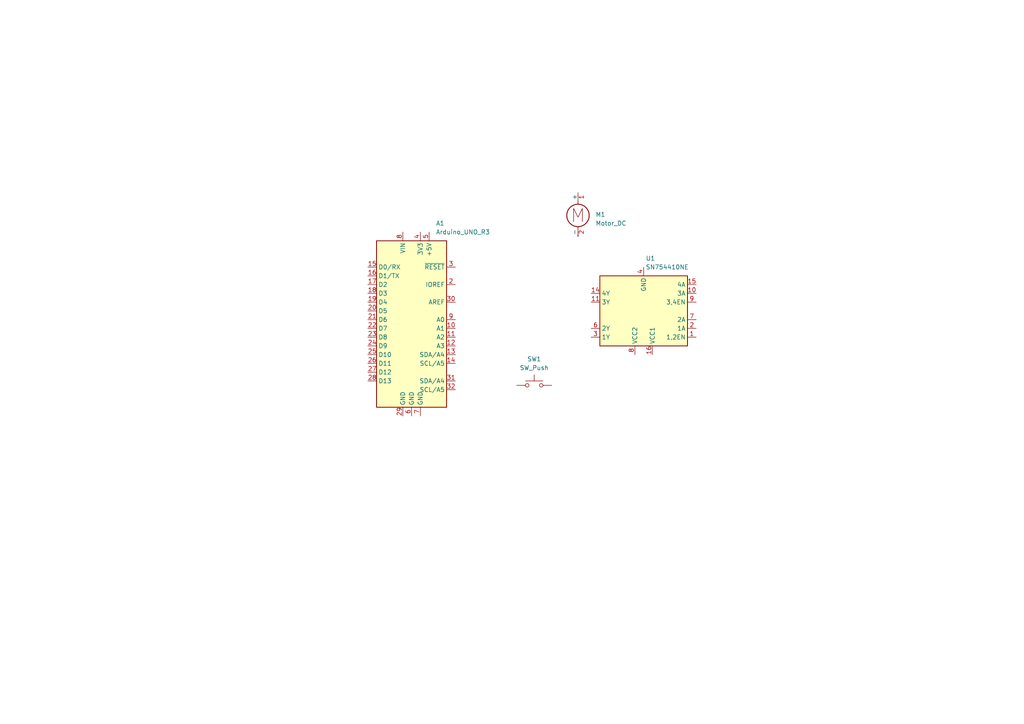
<source format=kicad_sch>
(kicad_sch (version 20230121) (generator eeschema)
  (paper "A4")
  (lib_symbols
    (symbol "Driver_Motor:SN754410NE"
      (property "Reference" "U" (at -10.16 17.78 0))
      (property "Value" "SN754410NE" (at -7.62 15.24 0))
      (symbol "SN754410NE_0_1"
        (rectangle (start -12.7 10.16) (end 12.7 -10.16) (stroke (width 0.254)) (fill (type background)))
      )
      (symbol "SN754410NE_1_1"
        (pin input line (at -15.24 7.62 0) (length 2.54) (name "1,2EN") (number "1"))
        (pin input line (at -15.24 -5.08 0) (length 2.54) (name "3A") (number "10"))
        (pin output line (at 15.24 -2.54 180) (length 2.54) (name "3Y") (number "11"))
        (pin passive line (at 0 -12.7 90) (length 2.54) hide (name "GND") (number "12"))
        (pin passive line (at 0 -12.7 90) (length 2.54) hide (name "GND") (number "13"))
        (pin output line (at 15.24 -5.08 180) (length 2.54) (name "4Y") (number "14"))
        (pin input line (at -15.24 -7.62 0) (length 2.54) (name "4A") (number "15"))
        (pin power_in line (at -2.54 12.7 270) (length 2.54) (name "VCC1") (number "16"))
        (pin input line (at -15.24 5.08 0) (length 2.54) (name "1A") (number "2"))
        (pin output line (at 15.24 7.62 180) (length 2.54) (name "1Y") (number "3"))
        (pin power_in line (at 0 -12.7 90) (length 2.54) (name "GND") (number "4"))
        (pin passive line (at 0 -12.7 90) (length 2.54) hide (name "GND") (number "5"))
        (pin output line (at 15.24 5.08 180) (length 2.54) (name "2Y") (number "6"))
        (pin input line (at -15.24 2.54 0) (length 2.54) (name "2A") (number "7"))
        (pin power_in line (at 2.54 12.7 270) (length 2.54) (name "VCC2") (number "8"))
        (pin input line (at -15.24 -2.54 0) (length 2.54) (name "3,4EN") (number "9"))
      )
    )
    (symbol "MCU_Module:Arduino_UNO_R3"
      (property "Reference" "A" (at -10.16 23.495 0))
      (property "Value" "Arduino_UNO_R3" (at 5.08 -26.67 0))
      (symbol "Arduino_UNO_R3_0_1"
        (rectangle (start -10.16 22.86) (end 10.16 -25.4) (stroke (width 0.254)) (fill (type background)))
      )
      (symbol "Arduino_UNO_R3_1_1"
        (pin no_connect line (at -10.16 -20.32 0) (length 2.54) hide (name "NC") (number "1"))
        (pin bidirectional line (at 12.7 -2.54 180) (length 2.54) (name "A1") (number "10"))
        (pin bidirectional line (at 12.7 -5.08 180) (length 2.54) (name "A2") (number "11"))
        (pin bidirectional line (at 12.7 -7.62 180) (length 2.54) (name "A3") (number "12"))
        (pin bidirectional line (at 12.7 -10.16 180) (length 2.54) (name "SDA/A4") (number "13"))
        (pin bidirectional line (at 12.7 -12.7 180) (length 2.54) (name "SCL/A5") (number "14"))
        (pin bidirectional line (at -12.7 15.24 0) (length 2.54) (name "D0/RX") (number "15"))
        (pin bidirectional line (at -12.7 12.7 0) (length 2.54) (name "D1/TX") (number "16"))
        (pin bidirectional line (at -12.7 10.16 0) (length 2.54) (name "D2") (number "17"))
        (pin bidirectional line (at -12.7 7.62 0) (length 2.54) (name "D3") (number "18"))
        (pin bidirectional line (at -12.7 5.08 0) (length 2.54) (name "D4") (number "19"))
        (pin output line (at 12.7 10.16 180) (length 2.54) (name "IOREF") (number "2"))
        (pin bidirectional line (at -12.7 2.54 0) (length 2.54) (name "D5") (number "20"))
        (pin bidirectional line (at -12.7 0 0) (length 2.54) (name "D6") (number "21"))
        (pin bidirectional line (at -12.7 -2.54 0) (length 2.54) (name "D7") (number "22"))
        (pin bidirectional line (at -12.7 -5.08 0) (length 2.54) (name "D8") (number "23"))
        (pin bidirectional line (at -12.7 -7.62 0) (length 2.54) (name "D9") (number "24"))
        (pin bidirectional line (at -12.7 -10.16 0) (length 2.54) (name "D10") (number "25"))
        (pin bidirectional line (at -12.7 -12.7 0) (length 2.54) (name "D11") (number "26"))
        (pin bidirectional line (at -12.7 -15.24 0) (length 2.54) (name "D12") (number "27"))
        (pin bidirectional line (at -12.7 -17.78 0) (length 2.54) (name "D13") (number "28"))
        (pin power_in line (at -2.54 -27.94 90) (length 2.54) (name "GND") (number "29"))
        (pin input line (at 12.7 15.24 180) (length 2.54) (name "~{RESET}") (number "3"))
        (pin input line (at 12.7 5.08 180) (length 2.54) (name "AREF") (number "30"))
        (pin bidirectional line (at 12.7 -17.78 180) (length 2.54) (name "SDA/A4") (number "31"))
        (pin bidirectional line (at 12.7 -20.32 180) (length 2.54) (name "SCL/A5") (number "32"))
        (pin power_out line (at 2.54 25.4 270) (length 2.54) (name "3V3") (number "4"))
        (pin power_out line (at 5.08 25.4 270) (length 2.54) (name "+5V") (number "5"))
        (pin power_in line (at 0 -27.94 90) (length 2.54) (name "GND") (number "6"))
        (pin power_in line (at 2.54 -27.94 90) (length 2.54) (name "GND") (number "7"))
        (pin power_in line (at -2.54 25.4 270) (length 2.54) (name "VIN") (number "8"))
        (pin bidirectional line (at 12.7 0 180) (length 2.54) (name "A0") (number "9"))
      )
    )
    (symbol "Motor:Motor_DC" (pin_names (offset 0))
      (property "Reference" "M" (at 2.54 2.54 0))
      (property "Value" "Motor_DC" (at 2.54 -5.08 0))
      (symbol "Motor_DC_0_0"
        (polyline (pts (xy -1.27 -3.302) (xy -1.27 0.508) (xy 0 -2.032) (xy 1.27 0.508) (xy 1.27 -3.302)))
      )
      (symbol "Motor_DC_0_1"
        (circle (center 0 -1.524) (radius 3.2512) (stroke (width 0.254)))
        (polyline (pts (xy 0 -7.62) (xy 0 -7.112)))
        (polyline (pts (xy 0 -4.7752) (xy 0 -5.1816)))
        (polyline (pts (xy 0 1.7272) (xy 0 2.0828)))
        (polyline (pts (xy 0 2.032) (xy 0 2.54)))
      )
      (symbol "Motor_DC_1_1"
        (pin passive line (at 0 5.08 270) (length 2.54) (name "+") (number "1"))
        (pin passive line (at 0 -7.62 90) (length 2.54) (name "-") (number "2"))
      )
    )
    (symbol "Switch:SW_Push" (pin_numbers hide) (pin_names (offset 1.016) hide)
      (property "Reference" "SW" (at 1.27 2.54 0))
      (property "Value" "SW_Push" (at 0 -1.524 0))
      (symbol "SW_Push_0_1"
        (circle (center -2.032 0) (radius 0.508))
        (polyline (pts (xy 0 1.27) (xy 0 3.048)))
        (polyline (pts (xy 2.54 1.27) (xy -2.54 1.27)))
        (circle (center 2.032 0) (radius 0.508))
        (pin passive line (at -5.08 0 0) (length 2.54) (name "1") (number "1"))
        (pin passive line (at 5.08 0 180) (length 2.54) (name "2") (number "2"))
      )
    )
  )
  (symbol (lib_id "Motor:Motor_DC") (at 167.64 60.96 0) (unit 1)
    (property "Reference" "M1" (at 172.72 62.23 0) (effects (justify left)))
    (property "Value" "Motor_DC" (at 172.72 64.77 0) (effects (justify left)))
  )
  (symbol (lib_id "MCU_Module:Arduino_UNO_R3") (at 119.38 92.71 0) (unit 1)
    (property "Reference" "A1" (at 126.4159 64.77 0) (effects (justify left)))
    (property "Value" "Arduino_UNO_R3" (at 126.4159 67.31 0) (effects (justify left)))
    (property "Footprint" "Module:Arduino_UNO_R3" (effects hide))
    (property "Datasheet" "https://www.arduino.cc/en/Main/arduinoBoardUno" (effects hide))
  )
  (symbol (lib_id "Driver_Motor:SN754410NE") (at 186.69 90.17 180) (unit 1)
    (property "Reference" "U1" (at 187.2741 74.93 0) (effects (justify right)))
    (property "Value" "SN754410NE" (at 187.2741 77.47 0) (effects (justify right)))
    (property "Footprint" "Package_DIP:DIP-16_W7.62mm" (effects hide))
    (property "Datasheet" "https://www.ti.com/lit/ds/symlink/sn754410.pdf" (effects hide))
  )
  (symbol (lib_id "Switch:SW_Push") (at 154.94 111.76 0) (unit 1)
    (property "Reference" "SW1" (at 154.94 104.14 0))
    (property "Value" "SW_Push" (at 154.94 106.68 0))
  )
)
</source>
